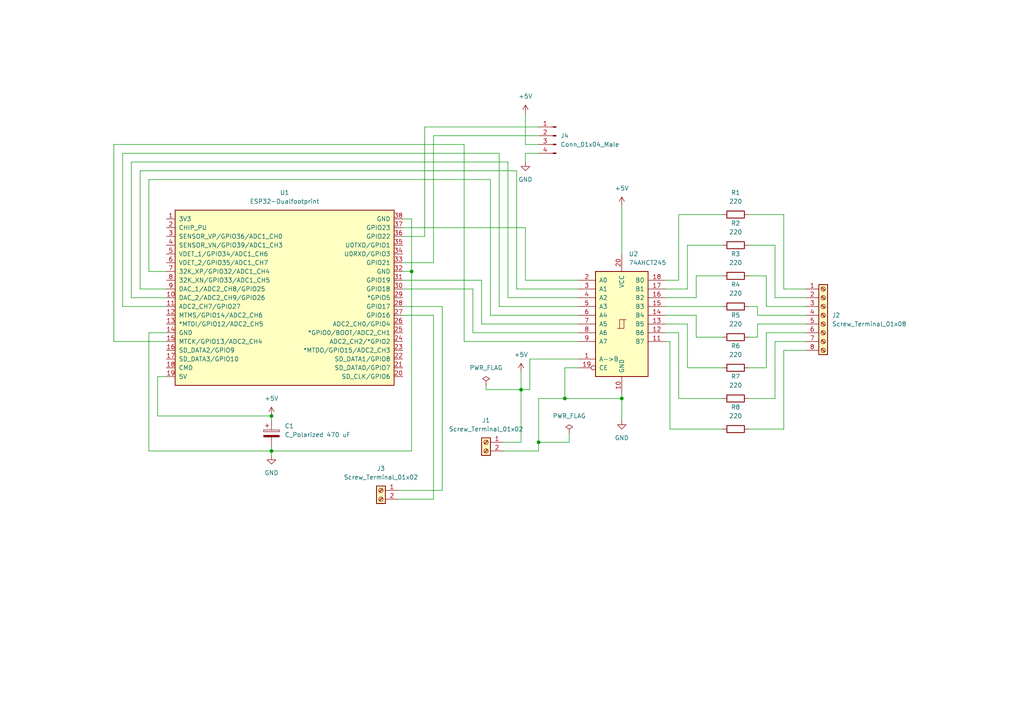
<source format=kicad_sch>
(kicad_sch (version 20211123) (generator eeschema)
  (paper "A4")
  (lib_symbols
    (symbol "74xx:74HC245" (pin_names (offset 1.016))
      (property "Reference" "U" (at -7.62 16.51 0))
      (property "Value" "74HC245" (at -7.62 -16.51 0))
      (symbol "74HC245_1_0"
        (polyline (pts (xy -0.635 -1.27) (xy -0.635 1.27) (xy 0.635 1.27)))
        (polyline (pts (xy -1.27 -1.27) (xy 0.635 -1.27) (xy 0.635 1.27) (xy 1.27 1.27)))
        (pin input line (at -12.7 -10.16 0) (length 5.08) (name "A->B") (number "1"))
        (pin power_in line (at 0 -20.32 90) (length 5.08) (name "GND") (number "10"))
        (pin tri_state line (at 12.7 -5.08 180) (length 5.08) (name "B7") (number "11"))
        (pin tri_state line (at 12.7 -2.54 180) (length 5.08) (name "B6") (number "12"))
        (pin tri_state line (at 12.7 0 180) (length 5.08) (name "B5") (number "13"))
        (pin tri_state line (at 12.7 2.54 180) (length 5.08) (name "B4") (number "14"))
        (pin tri_state line (at 12.7 5.08 180) (length 5.08) (name "B3") (number "15"))
        (pin tri_state line (at 12.7 7.62 180) (length 5.08) (name "B2") (number "16"))
        (pin tri_state line (at 12.7 10.16 180) (length 5.08) (name "B1") (number "17"))
        (pin tri_state line (at 12.7 12.7 180) (length 5.08) (name "B0") (number "18"))
        (pin input inverted (at -12.7 -12.7 0) (length 5.08) (name "CE") (number "19"))
        (pin tri_state line (at -12.7 12.7 0) (length 5.08) (name "A0") (number "2"))
        (pin power_in line (at 0 20.32 270) (length 5.08) (name "VCC") (number "20"))
        (pin tri_state line (at -12.7 10.16 0) (length 5.08) (name "A1") (number "3"))
        (pin tri_state line (at -12.7 7.62 0) (length 5.08) (name "A2") (number "4"))
        (pin tri_state line (at -12.7 5.08 0) (length 5.08) (name "A3") (number "5"))
        (pin tri_state line (at -12.7 2.54 0) (length 5.08) (name "A4") (number "6"))
        (pin tri_state line (at -12.7 0 0) (length 5.08) (name "A5") (number "7"))
        (pin tri_state line (at -12.7 -2.54 0) (length 5.08) (name "A6") (number "8"))
        (pin tri_state line (at -12.7 -5.08 0) (length 5.08) (name "A7") (number "9"))
      )
      (symbol "74HC245_1_1"
        (rectangle (start -7.62 15.24) (end 7.62 -15.24) (stroke (width 0.254)) (fill (type background)))
      )
    )
    (symbol "Connector:Conn_01x04_Male" (pin_names (offset 1.016) hide)
      (property "Reference" "J" (at 0 5.08 0))
      (property "Value" "Conn_01x04_Male" (at 0 -7.62 0))
      (symbol "Conn_01x04_Male_1_1"
        (polyline (pts (xy 1.27 -5.08) (xy 0.8636 -5.08)) (stroke (width 0.1524)))
        (polyline (pts (xy 1.27 -2.54) (xy 0.8636 -2.54)) (stroke (width 0.1524)))
        (polyline (pts (xy 1.27 0) (xy 0.8636 0)) (stroke (width 0.1524)))
        (polyline (pts (xy 1.27 2.54) (xy 0.8636 2.54)) (stroke (width 0.1524)))
        (rectangle (start 0.8636 -4.953) (end 0 -5.207) (stroke (width 0.1524)) (fill (type outline)))
        (rectangle (start 0.8636 -2.413) (end 0 -2.667) (stroke (width 0.1524)) (fill (type outline)))
        (rectangle (start 0.8636 0.127) (end 0 -0.127) (stroke (width 0.1524)) (fill (type outline)))
        (rectangle (start 0.8636 2.667) (end 0 2.413) (stroke (width 0.1524)) (fill (type outline)))
        (pin passive line (at 5.08 2.54 180) (length 3.81) (name "Pin_1") (number "1"))
        (pin passive line (at 5.08 0 180) (length 3.81) (name "Pin_2") (number "2"))
        (pin passive line (at 5.08 -2.54 180) (length 3.81) (name "Pin_3") (number "3"))
        (pin passive line (at 5.08 -5.08 180) (length 3.81) (name "Pin_4") (number "4"))
      )
    )
    (symbol "Connector:Screw_Terminal_01x02" (pin_names (offset 1.016) hide)
      (property "Reference" "J" (at 0 2.54 0))
      (property "Value" "Screw_Terminal_01x02" (at 0 -5.08 0))
      (symbol "Screw_Terminal_01x02_1_1"
        (rectangle (start -1.27 1.27) (end 1.27 -3.81) (stroke (width 0.254)) (fill (type background)))
        (circle (center 0 -2.54) (radius 0.635) (stroke (width 0.1524)))
        (polyline (pts (xy -0.5334 -2.2098) (xy 0.3302 -3.048)) (stroke (width 0.1524)))
        (polyline (pts (xy -0.5334 0.3302) (xy 0.3302 -0.508)) (stroke (width 0.1524)))
        (polyline (pts (xy -0.3556 -2.032) (xy 0.508 -2.8702)) (stroke (width 0.1524)))
        (polyline (pts (xy -0.3556 0.508) (xy 0.508 -0.3302)) (stroke (width 0.1524)))
        (circle (center 0 0) (radius 0.635) (stroke (width 0.1524)))
        (pin passive line (at -5.08 0 0) (length 3.81) (name "Pin_1") (number "1"))
        (pin passive line (at -5.08 -2.54 0) (length 3.81) (name "Pin_2") (number "2"))
      )
    )
    (symbol "Connector:Screw_Terminal_01x08" (pin_names (offset 1.016) hide)
      (property "Reference" "J" (at 0 10.16 0))
      (property "Value" "Screw_Terminal_01x08" (at 0 -12.7 0))
      (symbol "Screw_Terminal_01x08_1_1"
        (rectangle (start -1.27 8.89) (end 1.27 -11.43) (stroke (width 0.254)) (fill (type background)))
        (circle (center 0 -10.16) (radius 0.635) (stroke (width 0.1524)))
        (circle (center 0 -7.62) (radius 0.635) (stroke (width 0.1524)))
        (circle (center 0 -5.08) (radius 0.635) (stroke (width 0.1524)))
        (circle (center 0 -2.54) (radius 0.635) (stroke (width 0.1524)))
        (polyline (pts (xy -0.5334 -9.8298) (xy 0.3302 -10.668)) (stroke (width 0.1524)))
        (polyline (pts (xy -0.5334 -7.2898) (xy 0.3302 -8.128)) (stroke (width 0.1524)))
        (polyline (pts (xy -0.5334 -4.7498) (xy 0.3302 -5.588)) (stroke (width 0.1524)))
        (polyline (pts (xy -0.5334 -2.2098) (xy 0.3302 -3.048)) (stroke (width 0.1524)))
        (polyline (pts (xy -0.5334 0.3302) (xy 0.3302 -0.508)) (stroke (width 0.1524)))
        (polyline (pts (xy -0.5334 2.8702) (xy 0.3302 2.032)) (stroke (width 0.1524)))
        (polyline (pts (xy -0.5334 5.4102) (xy 0.3302 4.572)) (stroke (width 0.1524)))
        (polyline (pts (xy -0.5334 7.9502) (xy 0.3302 7.112)) (stroke (width 0.1524)))
        (polyline (pts (xy -0.3556 -9.652) (xy 0.508 -10.4902)) (stroke (width 0.1524)))
        (polyline (pts (xy -0.3556 -7.112) (xy 0.508 -7.9502)) (stroke (width 0.1524)))
        (polyline (pts (xy -0.3556 -4.572) (xy 0.508 -5.4102)) (stroke (width 0.1524)))
        (polyline (pts (xy -0.3556 -2.032) (xy 0.508 -2.8702)) (stroke (width 0.1524)))
        (polyline (pts (xy -0.3556 0.508) (xy 0.508 -0.3302)) (stroke (width 0.1524)))
        (polyline (pts (xy -0.3556 3.048) (xy 0.508 2.2098)) (stroke (width 0.1524)))
        (polyline (pts (xy -0.3556 5.588) (xy 0.508 4.7498)) (stroke (width 0.1524)))
        (polyline (pts (xy -0.3556 8.128) (xy 0.508 7.2898)) (stroke (width 0.1524)))
        (circle (center 0 0) (radius 0.635) (stroke (width 0.1524)))
        (circle (center 0 2.54) (radius 0.635) (stroke (width 0.1524)))
        (circle (center 0 5.08) (radius 0.635) (stroke (width 0.1524)))
        (circle (center 0 7.62) (radius 0.635) (stroke (width 0.1524)))
        (pin passive line (at -5.08 7.62 0) (length 3.81) (name "Pin_1") (number "1"))
        (pin passive line (at -5.08 5.08 0) (length 3.81) (name "Pin_2") (number "2"))
        (pin passive line (at -5.08 2.54 0) (length 3.81) (name "Pin_3") (number "3"))
        (pin passive line (at -5.08 0 0) (length 3.81) (name "Pin_4") (number "4"))
        (pin passive line (at -5.08 -2.54 0) (length 3.81) (name "Pin_5") (number "5"))
        (pin passive line (at -5.08 -5.08 0) (length 3.81) (name "Pin_6") (number "6"))
        (pin passive line (at -5.08 -7.62 0) (length 3.81) (name "Pin_7") (number "7"))
        (pin passive line (at -5.08 -10.16 0) (length 3.81) (name "Pin_8") (number "8"))
      )
    )
    (symbol "Device:C_Polarized" (pin_numbers hide) (pin_names (offset 0.254))
      (property "Reference" "C" (at 0.635 2.54 0))
      (property "Value" "C_Polarized" (at 0.635 -2.54 0))
      (symbol "C_Polarized_0_1"
        (rectangle (start -2.286 0.508) (end 2.286 1.016))
        (polyline (pts (xy -1.778 2.286) (xy -0.762 2.286)))
        (polyline (pts (xy -1.27 2.794) (xy -1.27 1.778)))
        (rectangle (start 2.286 -0.508) (end -2.286 -1.016) (fill (type outline)))
      )
      (symbol "C_Polarized_1_1"
        (pin passive line (at 0 3.81 270) (length 2.794) (name "~") (number "1"))
        (pin passive line (at 0 -3.81 90) (length 2.794) (name "~") (number "2"))
      )
    )
    (symbol "Device:R" (pin_numbers hide) (pin_names (offset 0))
      (property "Reference" "R" (at 2.032 0 90))
      (property "Value" "R" (at 0 0 90))
      (symbol "R_0_1"
        (rectangle (start -1.016 -2.54) (end 1.016 2.54) (stroke (width 0.254)))
      )
      (symbol "R_1_1"
        (pin passive line (at 0 3.81 270) (length 1.27) (name "~") (number "1"))
        (pin passive line (at 0 -3.81 90) (length 1.27) (name "~") (number "2"))
      )
    )
    (symbol "Espressif:ESP32-Dualfootprint" (pin_names (offset 1.016))
      (property "Reference" "U" (at -30.48 30.48 0))
      (property "Value" "ESP32-Dualfootprint" (at -30.48 27.94 0))
      (symbol "ESP32-Dualfootprint_0_0"
        (pin power_in line (at -33.02 -10.16 0) (length 2.54) (name "GND") (number "14"))
        (pin power_in line (at -33.02 -22.86 0) (length 2.54) (name "5V") (number "19"))
      )
      (symbol "ESP32-Dualfootprint_0_1"
        (rectangle (start -30.48 25.4) (end 33.02 -25.4) (stroke (width 0.254)) (fill (type background)))
      )
      (symbol "ESP32-Dualfootprint_1_1"
        (pin power_in line (at -33.02 22.86 0) (length 2.54) (name "3V3") (number "1"))
        (pin bidirectional line (at -33.02 0 0) (length 2.54) (name "DAC_2/ADC2_CH9/GPIO26") (number "10"))
        (pin bidirectional line (at -33.02 -2.54 0) (length 2.54) (name "ADC2_CH7/GPIO27") (number "11"))
        (pin bidirectional line (at -33.02 -5.08 0) (length 2.54) (name "MTMS/GPIO14/ADC2_CH6") (number "12"))
        (pin bidirectional line (at -33.02 -7.62 0) (length 2.54) (name "*MTDI/GPIO12/ADC2_CH5") (number "13"))
        (pin bidirectional line (at -33.02 -12.7 0) (length 2.54) (name "MTCK/GPIO13/ADC2_CH4") (number "15"))
        (pin bidirectional line (at -33.02 -15.24 0) (length 2.54) (name "SD_DATA2/GPIO9") (number "16"))
        (pin bidirectional line (at -33.02 -17.78 0) (length 2.54) (name "SD_DATA3/GPIO10") (number "17"))
        (pin bidirectional line (at -33.02 -20.32 0) (length 2.54) (name "CMD") (number "18"))
        (pin input line (at -33.02 20.32 0) (length 2.54) (name "CHIP_PU") (number "2"))
        (pin bidirectional line (at 35.56 -22.86 180) (length 2.54) (name "SD_CLK/GPIO6") (number "20"))
        (pin bidirectional line (at 35.56 -20.32 180) (length 2.54) (name "SD_DATA0/GPIO7") (number "21"))
        (pin bidirectional line (at 35.56 -17.78 180) (length 2.54) (name "SD_DATA1/GPIO8") (number "22"))
        (pin bidirectional line (at 35.56 -15.24 180) (length 2.54) (name "*MTDO/GPIO15/ADC2_CH3") (number "23"))
        (pin bidirectional line (at 35.56 -12.7 180) (length 2.54) (name "ADC2_CH2/*GPIO2") (number "24"))
        (pin bidirectional line (at 35.56 -10.16 180) (length 2.54) (name "*GPIO0/BOOT/ADC2_CH1") (number "25"))
        (pin bidirectional line (at 35.56 -7.62 180) (length 2.54) (name "ADC2_CH0/GPIO4") (number "26"))
        (pin bidirectional line (at 35.56 -5.08 180) (length 2.54) (name "GPIO16") (number "27"))
        (pin bidirectional line (at 35.56 -2.54 180) (length 2.54) (name "GPIO17") (number "28"))
        (pin bidirectional line (at 35.56 0 180) (length 2.54) (name "*GPIO5") (number "29"))
        (pin input line (at -33.02 17.78 0) (length 2.54) (name "SENSOR_VP/GPIO36/ADC1_CH0") (number "3"))
        (pin bidirectional line (at 35.56 2.54 180) (length 2.54) (name "GPIO18") (number "30"))
        (pin bidirectional line (at 35.56 5.08 180) (length 2.54) (name "GPIO19") (number "31"))
        (pin power_in line (at 35.56 7.62 180) (length 2.54) (name "GND") (number "32"))
        (pin bidirectional line (at 35.56 10.16 180) (length 2.54) (name "GPIO21") (number "33"))
        (pin bidirectional line (at 35.56 12.7 180) (length 2.54) (name "U0RXD/GPIO3") (number "34"))
        (pin bidirectional line (at 35.56 15.24 180) (length 2.54) (name "U0TXD/GPIO1") (number "35"))
        (pin bidirectional line (at 35.56 17.78 180) (length 2.54) (name "GPIO22") (number "36"))
        (pin bidirectional line (at 35.56 20.32 180) (length 2.54) (name "GPIO23") (number "37"))
        (pin power_in line (at 35.56 22.86 180) (length 2.54) (name "GND") (number "38"))
        (pin input line (at -33.02 15.24 0) (length 2.54) (name "SENSOR_VN/GPIO39/ADC1_CH3") (number "4"))
        (pin input line (at -33.02 12.7 0) (length 2.54) (name "VDET_1/GPIO34/ADC1_CH6") (number "5"))
        (pin input line (at -33.02 10.16 0) (length 2.54) (name "VDET_2/GPIO35/ADC1_CH7") (number "6"))
        (pin bidirectional line (at -33.02 7.62 0) (length 2.54) (name "32K_XP/GPIO32/ADC1_CH4") (number "7"))
        (pin bidirectional line (at -33.02 5.08 0) (length 2.54) (name "32K_XN/GPIO33/ADC1_CH5") (number "8"))
        (pin bidirectional line (at -33.02 2.54 0) (length 2.54) (name "DAC_1/ADC2_CH8/GPIO25") (number "9"))
      )
    )
    (symbol "power:+5V" (power) (pin_names (offset 0))
      (property "Value" "+5V" (at 0 3.556 0))
      (symbol "+5V_0_1"
        (polyline (pts (xy -0.762 1.27) (xy 0 2.54)))
        (polyline (pts (xy 0 0) (xy 0 2.54)))
        (polyline (pts (xy 0 2.54) (xy 0.762 1.27)))
      )
      (symbol "+5V_1_1"
        (pin power_in line (at 0 0 90) (length 0) hide (name "+5V") (number "1"))
      )
    )
    (symbol "power:GND" (power) (pin_names (offset 0))
      (property "Value" "GND" (at 0 -3.81 0))
      (symbol "GND_0_1"
        (polyline (pts (xy 0 0) (xy 0 -1.27) (xy 1.27 -1.27) (xy 0 -2.54) (xy -1.27 -1.27) (xy 0 -1.27)))
      )
      (symbol "GND_1_1"
        (pin power_in line (at 0 0 270) (length 0) hide (name "GND") (number "1"))
      )
    )
    (symbol "power:PWR_FLAG" (power) (pin_numbers hide) (pin_names (offset 0) hide)
      (property "Value" "PWR_FLAG" (at 0 3.81 0))
      (symbol "PWR_FLAG_0_0"
        (pin power_out line (at 0 0 90) (length 0) (name "pwr") (number "1"))
      )
      (symbol "PWR_FLAG_0_1"
        (polyline (pts (xy 0 0) (xy 0 1.27) (xy -1.016 1.905) (xy 0 2.54) (xy 1.016 1.905) (xy 0 1.27)))
      )
    )
  )
  (junction (at 163.83 115.57))
  (junction (at 156.21 128.27))
  (junction (at 151.13 113.03))
  (junction (at 78.74 120.65))
  (junction (at 78.74 130.81))
  (junction (at 180.34 115.57))
  (junction (at 119.38 78.74))
  (wire (pts (xy 201.93 86.36) (xy 201.93 80.01)))
  (wire (pts (xy 43.18 52.07) (xy 43.18 78.74)))
  (wire (pts (xy 156.21 128.27) (xy 156.21 130.81)))
  (wire (pts (xy 128.27 88.9) (xy 128.27 142.24)))
  (wire (pts (xy 140.97 113.03) (xy 151.13 113.03)))
  (wire (pts (xy 43.18 52.07) (xy 142.24 52.07)))
  (wire (pts (xy 224.79 115.57) (xy 224.79 99.06)))
  (wire (pts (xy 48.26 83.82) (xy 40.64 83.82)))
  (wire (pts (xy 142.24 91.44) (xy 167.64 91.44)))
  (wire (pts (xy 201.93 91.44) (xy 201.93 97.79)))
  (wire (pts (xy 139.7 81.28) (xy 139.7 93.98)))
  (wire (pts (xy 219.71 88.9) (xy 219.71 91.44)))
  (wire (pts (xy 125.73 144.78) (xy 115.57 144.78)))
  (wire (pts (xy 119.38 78.74) (xy 119.38 63.5)))
  (wire (pts (xy 193.04 88.9) (xy 209.55 88.9)))
  (wire (pts (xy 193.04 93.98) (xy 199.39 93.98)))
  (wire (pts (xy 199.39 71.12) (xy 209.55 71.12)))
  (wire (pts (xy 152.4 33.02) (xy 152.4 41.91)))
  (wire (pts (xy 147.32 86.36) (xy 167.64 86.36)))
  (wire (pts (xy 35.56 44.45) (xy 35.56 88.9)))
  (wire (pts (xy 180.34 115.57) (xy 180.34 121.92)))
  (wire (pts (xy 119.38 63.5) (xy 116.84 63.5)))
  (wire (pts (xy 196.85 81.28) (xy 196.85 62.23)))
  (wire (pts (xy 144.78 44.45) (xy 144.78 88.9)))
  (wire (pts (xy 35.56 44.45) (xy 144.78 44.45)))
  (wire (pts (xy 43.18 96.52) (xy 43.18 130.81)))
  (wire (pts (xy 40.64 49.53) (xy 40.64 83.82)))
  (wire (pts (xy 137.16 83.82) (xy 137.16 96.52)))
  (wire (pts (xy 224.79 71.12) (xy 224.79 86.36)))
  (wire (pts (xy 219.71 93.98) (xy 233.68 93.98)))
  (wire (pts (xy 152.4 46.99) (xy 152.4 44.45)))
  (wire (pts (xy 199.39 93.98) (xy 199.39 106.68)))
  (wire (pts (xy 48.26 78.74) (xy 43.18 78.74)))
  (wire (pts (xy 180.34 114.3) (xy 180.34 115.57)))
  (wire (pts (xy 194.31 124.46) (xy 209.55 124.46)))
  (wire (pts (xy 149.86 49.53) (xy 149.86 83.82)))
  (wire (pts (xy 219.71 91.44) (xy 233.68 91.44)))
  (wire (pts (xy 151.13 113.03) (xy 151.13 128.27)))
  (wire (pts (xy 45.72 120.65) (xy 78.74 120.65)))
  (wire (pts (xy 165.1 128.27) (xy 165.1 125.73)))
  (wire (pts (xy 116.84 66.04) (xy 152.4 66.04)))
  (wire (pts (xy 217.17 62.23) (xy 227.33 62.23)))
  (wire (pts (xy 217.17 71.12) (xy 224.79 71.12)))
  (wire (pts (xy 201.93 80.01) (xy 209.55 80.01)))
  (wire (pts (xy 48.26 99.06) (xy 33.02 99.06)))
  (wire (pts (xy 125.73 91.44) (xy 125.73 144.78)))
  (wire (pts (xy 217.17 88.9) (xy 219.71 88.9)))
  (wire (pts (xy 78.74 130.81) (xy 78.74 132.08)))
  (wire (pts (xy 199.39 83.82) (xy 199.39 71.12)))
  (wire (pts (xy 224.79 86.36) (xy 233.68 86.36)))
  (wire (pts (xy 146.05 128.27) (xy 151.13 128.27)))
  (wire (pts (xy 134.62 99.06) (xy 167.64 99.06)))
  (wire (pts (xy 227.33 101.6) (xy 233.68 101.6)))
  (wire (pts (xy 119.38 130.81) (xy 78.74 130.81)))
  (wire (pts (xy 224.79 99.06) (xy 233.68 99.06)))
  (wire (pts (xy 196.85 62.23) (xy 209.55 62.23)))
  (wire (pts (xy 147.32 46.99) (xy 147.32 86.36)))
  (wire (pts (xy 125.73 76.2) (xy 125.73 39.37)))
  (wire (pts (xy 153.67 113.03) (xy 151.13 113.03)))
  (wire (pts (xy 140.97 111.76) (xy 140.97 113.03)))
  (wire (pts (xy 217.17 80.01) (xy 222.25 80.01)))
  (wire (pts (xy 116.84 76.2) (xy 125.73 76.2)))
  (wire (pts (xy 152.4 41.91) (xy 156.21 41.91)))
  (wire (pts (xy 193.04 86.36) (xy 201.93 86.36)))
  (wire (pts (xy 152.4 44.45) (xy 156.21 44.45)))
  (wire (pts (xy 48.26 86.36) (xy 38.1 86.36)))
  (wire (pts (xy 116.84 81.28) (xy 139.7 81.28)))
  (wire (pts (xy 219.71 97.79) (xy 219.71 93.98)))
  (wire (pts (xy 156.21 128.27) (xy 165.1 128.27)))
  (wire (pts (xy 125.73 39.37) (xy 156.21 39.37)))
  (wire (pts (xy 222.25 106.68) (xy 222.25 96.52)))
  (wire (pts (xy 222.25 88.9) (xy 233.68 88.9)))
  (wire (pts (xy 45.72 109.22) (xy 45.72 120.65)))
  (wire (pts (xy 33.02 99.06) (xy 33.02 41.91)))
  (wire (pts (xy 139.7 93.98) (xy 167.64 93.98)))
  (wire (pts (xy 78.74 129.54) (xy 78.74 130.81)))
  (wire (pts (xy 119.38 78.74) (xy 119.38 130.81)))
  (wire (pts (xy 196.85 96.52) (xy 196.85 115.57)))
  (wire (pts (xy 116.84 78.74) (xy 119.38 78.74)))
  (wire (pts (xy 78.74 121.92) (xy 78.74 120.65)))
  (wire (pts (xy 40.64 49.53) (xy 149.86 49.53)))
  (wire (pts (xy 193.04 91.44) (xy 201.93 91.44)))
  (wire (pts (xy 217.17 124.46) (xy 227.33 124.46)))
  (wire (pts (xy 163.83 115.57) (xy 163.83 106.68)))
  (wire (pts (xy 137.16 96.52) (xy 167.64 96.52)))
  (wire (pts (xy 144.78 88.9) (xy 167.64 88.9)))
  (wire (pts (xy 163.83 115.57) (xy 180.34 115.57)))
  (wire (pts (xy 116.84 68.58) (xy 123.19 68.58)))
  (wire (pts (xy 156.21 128.27) (xy 156.21 115.57)))
  (wire (pts (xy 199.39 106.68) (xy 209.55 106.68)))
  (wire (pts (xy 116.84 83.82) (xy 137.16 83.82)))
  (wire (pts (xy 193.04 81.28) (xy 196.85 81.28)))
  (wire (pts (xy 142.24 52.07) (xy 142.24 91.44)))
  (wire (pts (xy 43.18 130.81) (xy 78.74 130.81)))
  (wire (pts (xy 163.83 106.68) (xy 167.64 106.68)))
  (wire (pts (xy 48.26 109.22) (xy 45.72 109.22)))
  (wire (pts (xy 227.33 124.46) (xy 227.33 101.6)))
  (wire (pts (xy 217.17 106.68) (xy 222.25 106.68)))
  (wire (pts (xy 222.25 80.01) (xy 222.25 88.9)))
  (wire (pts (xy 153.67 104.14) (xy 153.67 113.03)))
  (wire (pts (xy 193.04 83.82) (xy 199.39 83.82)))
  (wire (pts (xy 151.13 107.95) (xy 151.13 113.03)))
  (wire (pts (xy 227.33 62.23) (xy 227.33 83.82)))
  (wire (pts (xy 167.64 104.14) (xy 153.67 104.14)))
  (wire (pts (xy 38.1 46.99) (xy 147.32 46.99)))
  (wire (pts (xy 152.4 66.04) (xy 152.4 81.28)))
  (wire (pts (xy 116.84 91.44) (xy 125.73 91.44)))
  (wire (pts (xy 180.34 59.69) (xy 180.34 73.66)))
  (wire (pts (xy 123.19 36.83) (xy 156.21 36.83)))
  (wire (pts (xy 217.17 97.79) (xy 219.71 97.79)))
  (wire (pts (xy 152.4 81.28) (xy 167.64 81.28)))
  (wire (pts (xy 217.17 115.57) (xy 224.79 115.57)))
  (wire (pts (xy 38.1 46.99) (xy 38.1 86.36)))
  (wire (pts (xy 193.04 96.52) (xy 196.85 96.52)))
  (wire (pts (xy 222.25 96.52) (xy 233.68 96.52)))
  (wire (pts (xy 33.02 41.91) (xy 134.62 41.91)))
  (wire (pts (xy 43.18 96.52) (xy 48.26 96.52)))
  (wire (pts (xy 149.86 83.82) (xy 167.64 83.82)))
  (wire (pts (xy 48.26 88.9) (xy 35.56 88.9)))
  (wire (pts (xy 134.62 41.91) (xy 134.62 99.06)))
  (wire (pts (xy 128.27 142.24) (xy 115.57 142.24)))
  (wire (pts (xy 123.19 68.58) (xy 123.19 36.83)))
  (wire (pts (xy 146.05 130.81) (xy 156.21 130.81)))
  (wire (pts (xy 156.21 115.57) (xy 163.83 115.57)))
  (wire (pts (xy 227.33 83.82) (xy 233.68 83.82)))
  (wire (pts (xy 116.84 88.9) (xy 128.27 88.9)))
  (wire (pts (xy 196.85 115.57) (xy 209.55 115.57)))
  (wire (pts (xy 194.31 99.06) (xy 194.31 124.46)))
  (wire (pts (xy 193.04 99.06) (xy 194.31 99.06)))
  (wire (pts (xy 201.93 97.79) (xy 209.55 97.79)))
  (symbol (lib_id "power:GND") (at 152.4 46.99 0) (unit 1)
    (property "Reference" "#PWR0106" (effects hide))
    (property "Value" "GND" (at 152.4 52.07 0))
  )
  (symbol (lib_id "Device:R") (at 213.36 115.57 270) (unit 1)
    (property "Reference" "R7" (at 213.36 109.22 90))
    (property "Value" "220" (at 213.36 111.76 90))
    (property "Footprint" "Resistor_THT:R_Axial_DIN0207_L6.3mm_D2.5mm_P10.16mm_Horizontal" (effects hide))
  )
  (symbol (lib_id "power:+5V") (at 78.74 120.65 0) (unit 1)
    (property "Reference" "#PWR0105" (effects hide))
    (property "Value" "+5V" (at 78.74 115.57 0))
  )
  (symbol (lib_id "Device:R") (at 213.36 80.01 270) (unit 1)
    (property "Reference" "R3" (at 213.36 73.66 90))
    (property "Value" "220" (at 213.36 76.2 90))
    (property "Footprint" "Resistor_THT:R_Axial_DIN0207_L6.3mm_D2.5mm_P10.16mm_Horizontal" (effects hide))
  )
  (symbol (lib_id "power:+5V") (at 152.4 33.02 0) (unit 1)
    (property "Reference" "#PWR0107" (effects hide))
    (property "Value" "+5V" (at 152.4 27.94 0))
  )
  (symbol (lib_id "Device:R") (at 213.36 88.9 270) (unit 1)
    (property "Reference" "R4" (at 213.36 82.55 90))
    (property "Value" "220" (at 213.36 85.09 90))
    (property "Footprint" "Resistor_THT:R_Axial_DIN0207_L6.3mm_D2.5mm_P10.16mm_Horizontal" (effects hide))
  )
  (symbol (lib_id "power:PWR_FLAG") (at 140.97 111.76 0) (unit 1)
    (property "Reference" "#FLG0101" (effects hide))
    (property "Value" "PWR_FLAG" (at 140.97 106.68 0))
  )
  (symbol (lib_id "Device:C_Polarized") (at 78.74 125.73 0) (unit 1)
    (property "Reference" "C1" (at 82.55 123.5709 0) (effects (justify left)))
    (property "Value" "C_Polarized 470 uF" (at 82.55 126.1109 0) (effects (justify left)))
    (property "Footprint" "Capacitor_THT:CP_Radial_D13.0mm_P7.50mm" (effects hide))
  )
  (symbol (lib_id "Connector:Screw_Terminal_01x02") (at 140.97 128.27 0) (mirror y) (unit 1)
    (property "Reference" "J1" (at 140.97 121.92 0))
    (property "Value" "Screw_Terminal_01x02" (at 140.97 124.46 0))
    (property "Footprint" "TerminalBlock_RND:TerminalBlock_RND_205-00287_1x02_P5.08mm_Horizontal" (effects hide))
  )
  (symbol (lib_id "power:+5V") (at 151.13 107.95 0) (unit 1)
    (property "Reference" "#PWR0103" (effects hide))
    (property "Value" "+5V" (at 151.13 102.87 0))
  )
  (symbol (lib_id "Connector:Conn_01x04_Male") (at 161.29 39.37 0) (mirror y) (unit 1)
    (property "Reference" "J4" (at 162.56 39.3699 0) (effects (justify right)))
    (property "Value" "Conn_01x04_Male" (at 162.56 41.9099 0) (effects (justify right)))
    (property "Footprint" "Connector_PinHeader_2.54mm:PinHeader_1x04_P2.54mm_Vertical" (effects hide))
  )
  (symbol (lib_id "74xx:74HC245") (at 180.34 93.98 0) (unit 1)
    (property "Reference" "U2" (at 182.3594 73.66 0) (effects (justify left)))
    (property "Value" "74AHCT245" (at 182.3594 76.2 0) (effects (justify left)))
    (property "Footprint" "Package_DIP:DIP-20_W7.62mm" (effects hide))
    (property "Datasheet" "http://www.ti.com/lit/gpn/sn74HC245" (effects hide))
  )
  (symbol (lib_id "Device:R") (at 213.36 62.23 270) (unit 1)
    (property "Reference" "R1" (at 213.36 55.88 90))
    (property "Value" "220" (at 213.36 58.42 90))
    (property "Footprint" "Resistor_THT:R_Axial_DIN0207_L6.3mm_D2.5mm_P10.16mm_Horizontal" (effects hide))
  )
  (symbol (lib_id "power:PWR_FLAG") (at 165.1 125.73 0) (unit 1)
    (property "Reference" "#FLG0102" (effects hide))
    (property "Value" "PWR_FLAG" (at 165.1 120.65 0))
  )
  (symbol (lib_id "Device:R") (at 213.36 71.12 270) (unit 1)
    (property "Reference" "R2" (at 213.36 64.77 90))
    (property "Value" "220" (at 213.36 67.31 90))
    (property "Footprint" "Resistor_THT:R_Axial_DIN0207_L6.3mm_D2.5mm_P10.16mm_Horizontal" (effects hide))
  )
  (symbol (lib_id "Device:R") (at 213.36 124.46 270) (unit 1)
    (property "Reference" "R8" (at 213.36 118.11 90))
    (property "Value" "220" (at 213.36 120.65 90))
    (property "Footprint" "Resistor_THT:R_Axial_DIN0207_L6.3mm_D2.5mm_P10.16mm_Horizontal" (effects hide))
  )
  (symbol (lib_id "Espressif:ESP32-Dualfootprint") (at 81.28 86.36 0) (unit 1)
    (property "Reference" "U1" (at 82.55 55.88 0))
    (property "Value" "ESP32-Dualfootprint" (at 82.55 58.42 0))
    (property "Footprint" "Espressif:ESP32-DualFootprint" (effects hide))
    (property "Datasheet" "https://docs.espressif.com/projects/esp-idf/zh_CN/latest/esp32/hw-reference/esp32/get-started-devkitc.html" (effects hide))
  )
  (symbol (lib_id "power:GND") (at 180.34 121.92 0) (unit 1)
    (property "Reference" "#PWR0101" (effects hide))
    (property "Value" "GND" (at 180.34 127 0))
  )
  (symbol (lib_id "Connector:Screw_Terminal_01x02") (at 110.49 142.24 0) (mirror y) (unit 1)
    (property "Reference" "J3" (at 110.49 135.89 0))
    (property "Value" "Screw_Terminal_01x02" (at 110.49 138.43 0))
    (property "Footprint" "TerminalBlock_RND:TerminalBlock_RND_205-00287_1x02_P5.08mm_Horizontal" (effects hide))
  )
  (symbol (lib_id "power:+5V") (at 180.34 59.69 0) (unit 1)
    (property "Reference" "#PWR0102" (effects hide))
    (property "Value" "+5V" (at 180.34 54.61 0))
  )
  (symbol (lib_id "Device:R") (at 213.36 97.79 270) (unit 1)
    (property "Reference" "R5" (at 213.36 91.44 90))
    (property "Value" "220" (at 213.36 93.98 90))
    (property "Footprint" "Resistor_THT:R_Axial_DIN0207_L6.3mm_D2.5mm_P10.16mm_Horizontal" (effects hide))
  )
  (symbol (lib_id "power:GND") (at 78.74 132.08 0) (unit 1)
    (property "Reference" "#PWR0104" (effects hide))
    (property "Value" "GND" (at 78.74 137.16 0))
  )
  (symbol (lib_id "Device:R") (at 213.36 106.68 270) (unit 1)
    (property "Reference" "R6" (at 213.36 100.33 90))
    (property "Value" "220" (at 213.36 102.87 90))
    (property "Footprint" "Resistor_THT:R_Axial_DIN0207_L6.3mm_D2.5mm_P10.16mm_Horizontal" (effects hide))
  )
  (symbol (lib_id "Connector:Screw_Terminal_01x08") (at 238.76 91.44 0) (unit 1)
    (property "Reference" "J2" (at 241.3 91.4399 0) (effects (justify left)))
    (property "Value" "Screw_Terminal_01x08" (at 241.3 93.9799 0) (effects (justify left)))
    (property "Footprint" "TerminalBlock_RND:TerminalBlock_RND_205-00293_1x08_P5.08mm_Horizontal" (effects hide))
  )
)
</source>
